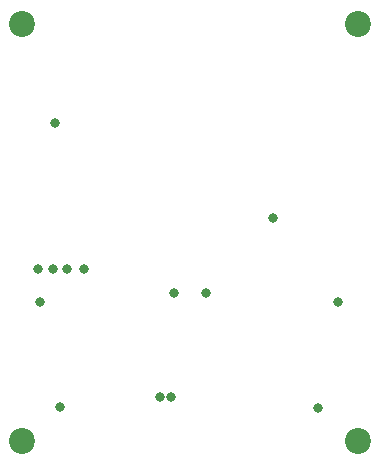
<source format=gbr>
%TF.GenerationSoftware,KiCad,Pcbnew,6.0.10-86aedd382b~118~ubuntu22.04.1*%
%TF.CreationDate,2023-02-07T20:01:53+01:00*%
%TF.ProjectId,ioBoard,696f426f-6172-4642-9e6b-696361645f70,rev?*%
%TF.SameCoordinates,Original*%
%TF.FileFunction,Soldermask,Bot*%
%TF.FilePolarity,Negative*%
%FSLAX46Y46*%
G04 Gerber Fmt 4.6, Leading zero omitted, Abs format (unit mm)*
G04 Created by KiCad (PCBNEW 6.0.10-86aedd382b~118~ubuntu22.04.1) date 2023-02-07 20:01:53*
%MOMM*%
%LPD*%
G01*
G04 APERTURE LIST*
%ADD10C,2.200000*%
%ADD11C,0.800000*%
G04 APERTURE END LIST*
D10*
%TO.C,H4*%
X111760000Y-83312000D03*
%TD*%
%TO.C,H3*%
X83312000Y-83312000D03*
%TD*%
%TO.C,H2*%
X83312000Y-118618000D03*
%TD*%
%TO.C,H1*%
X111760000Y-118618000D03*
%TD*%
D11*
X86512400Y-115773200D03*
X87113200Y-104024165D03*
X86106000Y-91694000D03*
X84836000Y-106883200D03*
X110083600Y-106883200D03*
X88535600Y-104024165D03*
X95910400Y-114858800D03*
X84624000Y-104024165D03*
X85894000Y-104024165D03*
X108356400Y-115824000D03*
X104546400Y-99720400D03*
X94996000Y-114858800D03*
X98907600Y-106070400D03*
X96136100Y-106070400D03*
M02*

</source>
